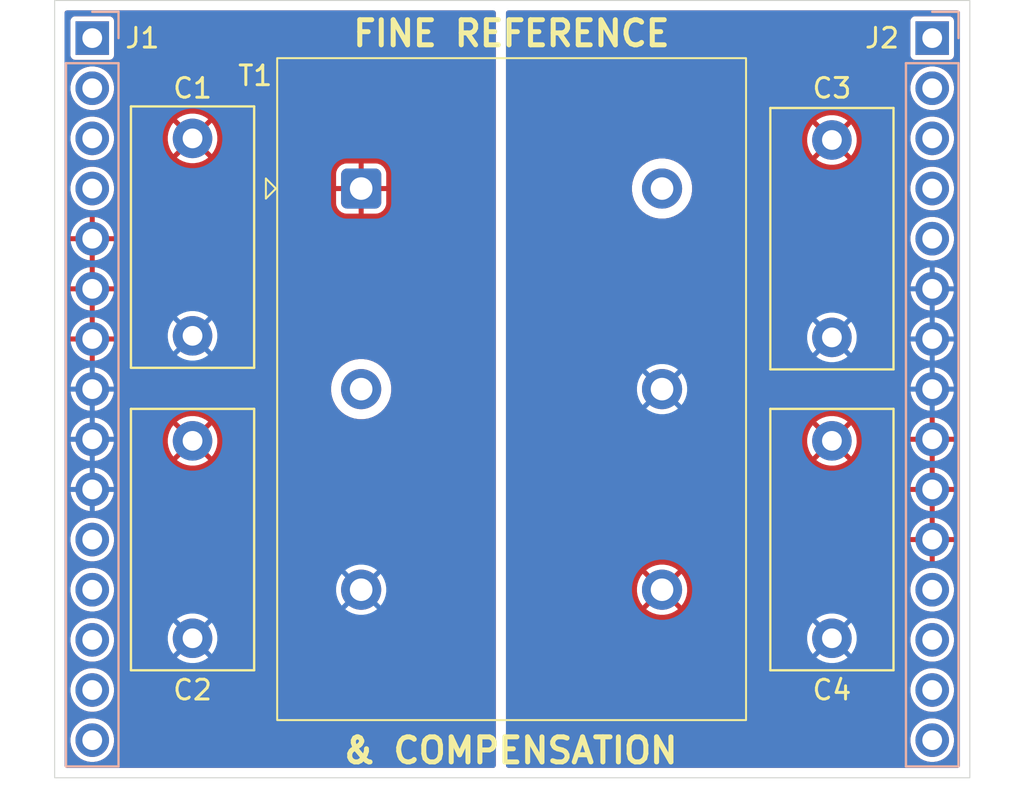
<source format=kicad_pcb>
(kicad_pcb (version 20241229) (generator "pcbnew") (generator_version "9.0")
  (layers (0 "F.Cu" signal) (2 "B.Cu" signal) (13 "F.Paste" user) (15 "B.Paste" user) (5 "F.SilkS" user "F.Silkscreen") (7 "B.SilkS" user "B.Silkscreen") (1 "F.Mask" user) (3 "B.Mask" user) (25 "Edge.Cuts" user))
  (net 0 "")
  (net 21 "/28_HI")
  (net 22 "/28_LO")
  (net 23 "/5_HI")
  (net 24 "/5_LO")
  (footprint "Capacitor_THT:C_Rect_L13.0mm_W6.0mm_P10.00mm_FKS3_FKP3_MKS4" (layer "F.Cu") (at 163.83 83.74 90)
    (property "Reference" "C4" (at -2.62 0 180) (layer "F.SilkS"))
    (property "Value" "1uF")
    (fp_line (start 11.62 -3.12) (end 11.62 3.12) (stroke (width 0.12)) (layer "F.SilkS"))
    (fp_line (start -1.62 -3.12) (end 11.62 -3.12) (stroke (width 0.12)) (layer "F.SilkS"))
    (fp_line (start -1.62 -3.12) (end -1.62 3.12) (stroke (width 0.12)) (layer "F.SilkS"))
    (fp_line (start -1.62 3.12) (end 11.62 3.12) (stroke (width 0.12)) (layer "F.SilkS"))
    (pad "1" thru_hole circle (at 0 0 90) (size 2 2) (drill 1) (layers "*.Cu" "*.Mask") (net 24 "/5_LO"))
    (pad "2" thru_hole circle (at 10 0 90) (size 2 2) (drill 1) (layers "*.Cu" "*.Mask") (net 23 "/5_HI"))
  )
  (footprint "Capacitor_THT:C_Rect_L13.0mm_W6.0mm_P10.00mm_FKS3_FKP3_MKS4" (layer "F.Cu") (at 131.445 73.74 -90)
    (property "Reference" "C2" (at 12.62 0 0) (layer "F.SilkS"))
    (property "Value" "1uF")
    (fp_line (start -1.62 3.12) (end 11.62 3.12) (stroke (width 0.12)) (layer "F.SilkS"))
    (fp_line (start -1.62 -3.12) (end -1.62 3.12) (stroke (width 0.12)) (layer "F.SilkS"))
    (fp_line (start -1.62 -3.12) (end 11.62 -3.12) (stroke (width 0.12)) (layer "F.SilkS"))
    (fp_line (start 11.62 -3.12) (end 11.62 3.12) (stroke (width 0.12)) (layer "F.SilkS"))
    (pad "1" thru_hole circle (at 0 0 270) (size 2 2) (drill 1) (layers "*.Cu" "*.Mask") (net 21 "/28_HI"))
    (pad "2" thru_hole circle (at 10 0 270) (size 2 2) (drill 1) (layers "*.Cu" "*.Mask") (net 22 "/28_LO"))
  )
  (footprint "cdu:Hammond_109" (layer "F.Cu") (at 139.98575 60.96)
    (property "Reference" "T1" (at -5.36575 -5.715 0) (layer "F.SilkS"))
    (property "Value" "109R")
    (fp_line (start -4.826 -0.508) (end -4.826 0.508) (stroke (width 0.1)) (layer "F.SilkS"))
    (fp_line (start -4.826 0.508) (end -4.318 0) (stroke (width 0.1)) (layer "F.SilkS"))
    (fp_line (start -4.318 0) (end -4.826 -0.508) (stroke (width 0.1)) (layer "F.SilkS"))
    (fp_rect (start -4.2545 -6.604) (end 19.4945 26.924) (stroke (width 0.1)) (fill no) (layer "F.SilkS"))
    (pad "1" thru_hole roundrect (at 0 0) (size 2.032 2.032) (drill 1.143) (layers "*.Cu" "*.Mask") (roundrect_rratio 0.15) (net 21 "/28_HI"))
    (pad "2" thru_hole circle (at 0 10.16) (size 2.032 2.032) (drill 1.143) (layers "*.Cu" "*.Mask"))
    (pad "3" thru_hole circle (at 0 20.32) (size 2.032 2.032) (drill 1.143) (layers "*.Cu" "*.Mask") (net 22 "/28_LO"))
    (pad "4" thru_hole circle (at 15.24 20.32) (size 2.032 2.032) (drill 1.143) (layers "*.Cu" "*.Mask") (net 23 "/5_HI"))
    (pad "5" thru_hole circle (at 15.24 10.16) (size 2.032 2.032) (drill 1.143) (layers "*.Cu" "*.Mask") (net 24 "/5_LO"))
    (pad "6" thru_hole circle (at 15.24 0) (size 2.032 2.032) (drill 1.143) (layers "*.Cu" "*.Mask"))
  )
  (footprint "Capacitor_THT:C_Rect_L13.0mm_W6.0mm_P10.00mm_FKS3_FKP3_MKS4" (layer "F.Cu") (at 131.445 58.42 -90)
    (property "Reference" "C1" (at -2.54 0 0) (layer "F.SilkS"))
    (property "Value" "1uF")
    (fp_line (start -1.62 3.12) (end 11.62 3.12) (stroke (width 0.12)) (layer "F.SilkS"))
    (fp_line (start -1.62 -3.12) (end -1.62 3.12) (stroke (width 0.12)) (layer "F.SilkS"))
    (fp_line (start -1.62 -3.12) (end 11.62 -3.12) (stroke (width 0.12)) (layer "F.SilkS"))
    (fp_line (start 11.62 -3.12) (end 11.62 3.12) (stroke (width 0.12)) (layer "F.SilkS"))
    (pad "1" thru_hole circle (at 0 0 270) (size 2 2) (drill 1) (layers "*.Cu" "*.Mask") (net 21 "/28_HI"))
    (pad "2" thru_hole circle (at 10 0 270) (size 2 2) (drill 1) (layers "*.Cu" "*.Mask") (net 22 "/28_LO"))
  )
  (footprint "Capacitor_THT:C_Rect_L13.0mm_W6.0mm_P10.00mm_FKS3_FKP3_MKS4" (layer "F.Cu") (at 163.83 68.5 90)
    (property "Reference" "C3" (at 12.62 0 180) (layer "F.SilkS"))
    (property "Value" "1uF")
    (fp_line (start 11.62 -3.12) (end 11.62 3.12) (stroke (width 0.12)) (layer "F.SilkS"))
    (fp_line (start -1.62 -3.12) (end 11.62 -3.12) (stroke (width 0.12)) (layer "F.SilkS"))
    (fp_line (start -1.62 -3.12) (end -1.62 3.12) (stroke (width 0.12)) (layer "F.SilkS"))
    (fp_line (start -1.62 3.12) (end 11.62 3.12) (stroke (width 0.12)) (layer "F.SilkS"))
    (pad "1" thru_hole circle (at 0 0 90) (size 2 2) (drill 1) (layers "*.Cu" "*.Mask") (net 24 "/5_LO"))
    (pad "2" thru_hole circle (at 10 0 90) (size 2 2) (drill 1) (layers "*.Cu" "*.Mask") (net 23 "/5_HI"))
  )
  (footprint "Connector_PinHeader_2.54mm:PinHeader_1x15_P2.54mm_Vertical" (layer "B.Cu") (at 168.91 53.34 180)
    (property "Reference" "J2" (at 2.54 0 -0) (layer "F.SilkS"))
    (property "Value" "Conn_01x15")
    (fp_line (start 1.33 -1.27) (end 1.33 -36.89) (stroke (width 0.12)) (layer "B.SilkS"))
    (fp_line (start -1.33 1.33) (end 0 1.33) (stroke (width 0.12)) (layer "B.SilkS"))
    (fp_line (start -1.33 0) (end -1.33 1.33) (stroke (width 0.12)) (layer "B.SilkS"))
    (fp_line (start -1.33 -1.27) (end 1.33 -1.27) (stroke (width 0.12)) (layer "B.SilkS"))
    (fp_line (start -1.33 -1.27) (end -1.33 -36.89) (stroke (width 0.12)) (layer "B.SilkS"))
    (fp_line (start -1.33 -36.89) (end 1.33 -36.89) (stroke (width 0.12)) (layer "B.SilkS"))
    (pad "1" thru_hole rect (at 0 0 180) (size 1.7 1.7) (drill 1) (layers "*.Cu" "*.Mask"))
    (pad "2" thru_hole oval (at 0 -2.54 180) (size 1.7 1.7) (drill 1) (layers "*.Cu" "*.Mask"))
    (pad "3" thru_hole oval (at 0 -5.08 180) (size 1.7 1.7) (drill 1) (layers "*.Cu" "*.Mask"))
    (pad "4" thru_hole oval (at 0 -7.62 180) (size 1.7 1.7) (drill 1) (layers "*.Cu" "*.Mask"))
    (pad "5" thru_hole oval (at 0 -10.16 180) (size 1.7 1.7) (drill 1) (layers "*.Cu" "*.Mask"))
    (pad "6" thru_hole oval (at 0 -12.7 180) (size 1.7 1.7) (drill 1) (layers "*.Cu" "*.Mask") (net 24 "/5_LO"))
    (pad "7" thru_hole oval (at 0 -15.24 180) (size 1.7 1.7) (drill 1) (layers "*.Cu" "*.Mask") (net 24 "/5_LO"))
    (pad "8" thru_hole oval (at 0 -17.78 180) (size 1.7 1.7) (drill 1) (layers "*.Cu" "*.Mask") (net 24 "/5_LO"))
    (pad "9" thru_hole oval (at 0 -20.32 180) (size 1.7 1.7) (drill 1) (layers "*.Cu" "*.Mask") (net 23 "/5_HI"))
    (pad "10" thru_hole oval (at 0 -22.86 180) (size 1.7 1.7) (drill 1) (layers "*.Cu" "*.Mask") (net 23 "/5_HI"))
    (pad "11" thru_hole oval (at 0 -25.4 180) (size 1.7 1.7) (drill 1) (layers "*.Cu" "*.Mask") (net 23 "/5_HI"))
    (pad "12" thru_hole oval (at 0 -27.94 180) (size 1.7 1.7) (drill 1) (layers "*.Cu" "*.Mask"))
    (pad "13" thru_hole oval (at 0 -30.48 180) (size 1.7 1.7) (drill 1) (layers "*.Cu" "*.Mask"))
    (pad "14" thru_hole oval (at 0 -33.02 180) (size 1.7 1.7) (drill 1) (layers "*.Cu" "*.Mask"))
    (pad "15" thru_hole oval (at 0 -35.56 180) (size 1.7 1.7) (drill 1) (layers "*.Cu" "*.Mask"))
  )
  (footprint "Connector_PinHeader_2.54mm:PinHeader_1x15_P2.54mm_Vertical" (layer "B.Cu") (at 126.365 53.34 180)
    (property "Reference" "J1" (at -2.54 0 -0) (layer "F.SilkS"))
    (property "Value" "Conn_01x15")
    (fp_line (start 1.33 -1.27) (end 1.33 -36.89) (stroke (width 0.12)) (layer "B.SilkS"))
    (fp_line (start -1.33 1.33) (end 0 1.33) (stroke (width 0.12)) (layer "B.SilkS"))
    (fp_line (start -1.33 0) (end -1.33 1.33) (stroke (width 0.12)) (layer "B.SilkS"))
    (fp_line (start -1.33 -1.27) (end 1.33 -1.27) (stroke (width 0.12)) (layer "B.SilkS"))
    (fp_line (start -1.33 -1.27) (end -1.33 -36.89) (stroke (width 0.12)) (layer "B.SilkS"))
    (fp_line (start -1.33 -36.89) (end 1.33 -36.89) (stroke (width 0.12)) (layer "B.SilkS"))
    (pad "1" thru_hole rect (at 0 0 180) (size 1.7 1.7) (drill 1) (layers "*.Cu" "*.Mask"))
    (pad "2" thru_hole oval (at 0 -2.54 180) (size 1.7 1.7) (drill 1) (layers "*.Cu" "*.Mask"))
    (pad "3" thru_hole oval (at 0 -5.08 180) (size 1.7 1.7) (drill 1) (layers "*.Cu" "*.Mask"))
    (pad "4" thru_hole oval (at 0 -7.62 180) (size 1.7 1.7) (drill 1) (layers "*.Cu" "*.Mask"))
    (pad "5" thru_hole oval (at 0 -10.16 180) (size 1.7 1.7) (drill 1) (layers "*.Cu" "*.Mask") (net 21 "/28_HI"))
    (pad "6" thru_hole oval (at 0 -12.7 180) (size 1.7 1.7) (drill 1) (layers "*.Cu" "*.Mask") (net 21 "/28_HI"))
    (pad "7" thru_hole oval (at 0 -15.24 180) (size 1.7 1.7) (drill 1) (layers "*.Cu" "*.Mask") (net 21 "/28_HI"))
    (pad "8" thru_hole oval (at 0 -17.78 180) (size 1.7 1.7) (drill 1) (layers "*.Cu" "*.Mask") (net 22 "/28_LO"))
    (pad "9" thru_hole oval (at 0 -20.32 180) (size 1.7 1.7) (drill 1) (layers "*.Cu" "*.Mask") (net 22 "/28_LO"))
    (pad "10" thru_hole oval (at 0 -22.86 180) (size 1.7 1.7) (drill 1) (layers "*.Cu" "*.Mask") (net 22 "/28_LO"))
    (pad "11" thru_hole oval (at 0 -25.4 180) (size 1.7 1.7) (drill 1) (layers "*.Cu" "*.Mask"))
    (pad "12" thru_hole oval (at 0 -27.94 180) (size 1.7 1.7) (drill 1) (layers "*.Cu" "*.Mask"))
    (pad "13" thru_hole oval (at 0 -30.48 180) (size 1.7 1.7) (drill 1) (layers "*.Cu" "*.Mask"))
    (pad "14" thru_hole oval (at 0 -33.02 180) (size 1.7 1.7) (drill 1) (layers "*.Cu" "*.Mask"))
    (pad "15" thru_hole oval (at 0 -35.56 180) (size 1.7 1.7) (drill 1) (layers "*.Cu" "*.Mask"))
  )
  (gr_rect (start 124.46 51.435) (end 170.815 90.805) (stroke (width 0.05)) (fill no) (layer "Edge.Cuts"))
  (gr_text "FINE REFERENCE" (at 139.446 53.848 0) (layer "F.SilkS") (effects (font (size 1.27 1.27) (thickness 0.254) (bold yes)) (justify left bottom)))
  (gr_text "& COMPENSATION" (at 138.938 90.17 0) (layer "F.SilkS") (effects (font (size 1.27 1.27) (thickness 0.254) (bold yes)) (justify left bottom)))
  (zone (net 23) (net_name "/5_HI") (layer "F.Cu") (priority 1) (connect_pads (clearance 0.254)) (min_thickness 0.254) (fill yes (thermal_gap 0.254) (thermal_bridge_width 0.254))
    (polygon (pts (xy 170.815 90.805) (xy 170.815 51.435) (xy 147.32 51.435) (xy 147.32 90.805)))
  )
  (zone (net 21) (net_name "/28_HI") (layer "F.Cu") (connect_pads (clearance 0.254)) (min_thickness 0.254) (fill yes (thermal_gap 0.254) (thermal_bridge_width 0.254))
    (polygon (pts (xy 124.46 51.435) (xy 124.46 90.805) (xy 147.32 90.805) (xy 147.32 51.435)))
  )
  (zone (net 22) (net_name "/28_LO") (layer "B.Cu") (priority 2) (connect_pads (clearance 0.254)) (min_thickness 0.254) (fill yes (thermal_gap 0.254) (thermal_bridge_width 0.254))
    (polygon (pts (xy 124.46 51.435) (xy 124.46 90.805) (xy 147.32 90.805) (xy 147.32 51.435)))
  )
  (zone (net 24) (net_name "/5_LO") (layer "B.Cu") (priority 3) (connect_pads (clearance 0.254)) (min_thickness 0.254) (fill yes (thermal_gap 0.254) (thermal_bridge_width 0.254))
    (polygon (pts (xy 170.815 51.435) (xy 147.32 51.435) (xy 147.32 90.805) (xy 170.815 90.805)))
  )
)
</source>
